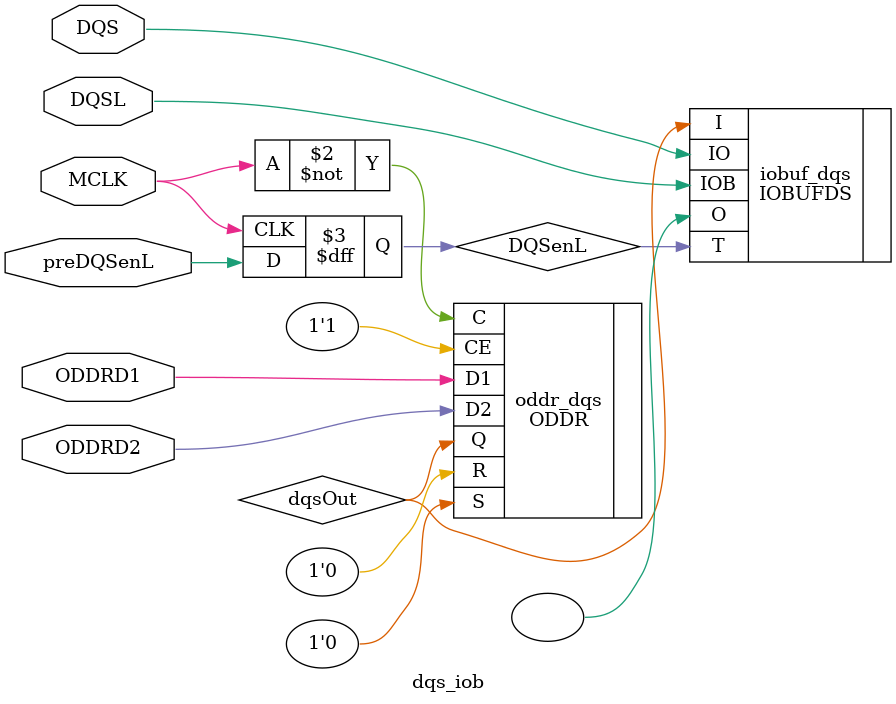
<source format=v>
`timescale 1ns/1ps


module dqs_iob (
 input MCLK,
 input ODDRD1,
 input ODDRD2,
 input preDQSenL,
 inout DQS, //The pin signal
 inout DQSL
 )/* synthesis syn_sharing = off */;

 wire dqsOut;
 (* syn_preserve=1, syn_useioff = 1 *) reg DQSenL;

 always@(negedge MCLK) DQSenL <= preDQSenL; //Tristate enable
 
ODDR #(
.DDR_CLK_EDGE("SAME_EDGE"), // "OPPOSITE_EDGE" or "SAME_EDGE"
.INIT(1'b0), // Initial value of Q: 1'b0 or 1'b1
.SRTYPE("SYNC") // Set/Reset type: "SYNC" or "ASYNC"
)  oddr_dqs (
  .Q (dqsOut),
  .C (~MCLK),
  .CE (1'b1),
  .D1 (ODDRD1),
  .D2 (ODDRD2),
  .R (1'b0),
  .S (1'b0)
  );
  
 IOBUFDS #(.IOSTANDARD("DIFF_SSTL18_II_DCI")) iobuf_dqs (
  .O (),
  .IO (DQS),
  .IOB(DQSL),
  .I (dqsOut),
  .T (DQSenL)
  );

endmodule
</source>
